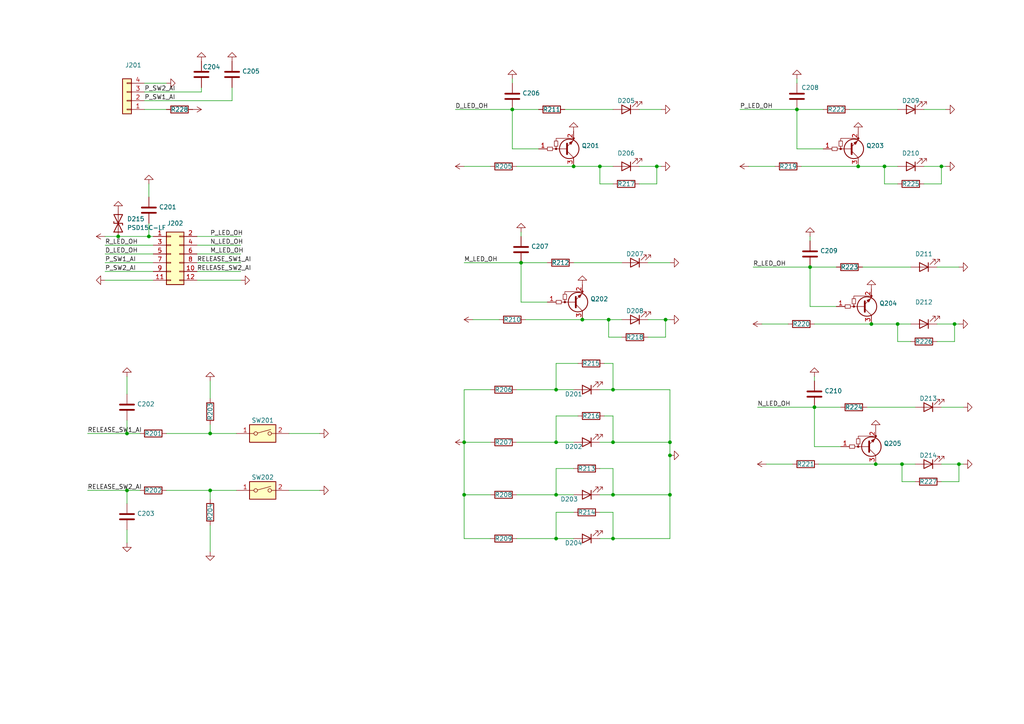
<source format=kicad_sch>
(kicad_sch (version 20211123) (generator eeschema)
  (paper "A4")
  (title_block (title "SX7H SHIFTER LED SCH") (date "2022-03-21") (rev "V02") (company "宁波正朗汽车零部件有限公司") (comment 1 "批准：") (comment 2 "校验：") (comment 3 "设计：Etan Tao"))
  (lib_symbols
    (symbol "C_7" (pin_numbers hide) (pin_names (offset 0.254))
      (property "Reference" "C" (at 0.635 2.54 0))
      (property "Value" "C_7" (at 0.635 -2.54 0))
      (symbol "C_7_0_1"
        (polyline (pts (xy -2.032 -0.762) (xy 2.032 -0.762)) (stroke (width 0.508)))
        (polyline (pts (xy -2.032 0.762) (xy 2.032 0.762)) (stroke (width 0.508)))
      )
      (symbol "C_7_1_1"
        (pin passive line (at 0 3.81 270) (length 2.794) (name "~") (number "1"))
        (pin passive line (at 0 -3.81 90) (length 2.794) (name "~") (number "2"))
      )
    )
    (symbol "Connector_Generic:Conn_01x04" (pin_names (offset 1.016) hide)
      (property "Reference" "J" (at 0 5.08 0))
      (property "Value" "Conn_01x04" (at 0 -7.62 0))
      (symbol "Conn_01x04_1_1"
        (rectangle (start -1.27 -4.953) (end 0 -5.207) (stroke (width 0.1524)))
        (rectangle (start -1.27 -2.413) (end 0 -2.667) (stroke (width 0.1524)))
        (rectangle (start -1.27 0.127) (end 0 -0.127) (stroke (width 0.1524)))
        (rectangle (start -1.27 2.667) (end 0 2.413) (stroke (width 0.1524)))
        (rectangle (start -1.27 3.81) (end 1.27 -6.35) (stroke (width 0.254)) (fill (type background)))
        (pin passive line (at -5.08 2.54 0) (length 3.81) (name "Pin_1") (number "1"))
        (pin passive line (at -5.08 0 0) (length 3.81) (name "Pin_2") (number "2"))
        (pin passive line (at -5.08 -2.54 0) (length 3.81) (name "Pin_3") (number "3"))
        (pin passive line (at -5.08 -5.08 0) (length 3.81) (name "Pin_4") (number "4"))
      )
    )
    (symbol "Connector_Generic:Conn_02x06_Odd_Even" (pin_names (offset 1.016) hide)
      (property "Reference" "J" (at 1.27 7.62 0))
      (property "Value" "Conn_02x06_Odd_Even" (at 1.27 -10.16 0))
      (symbol "Conn_02x06_Odd_Even_1_1"
        (rectangle (start -1.27 -7.493) (end 0 -7.747) (stroke (width 0.1524)))
        (rectangle (start -1.27 -4.953) (end 0 -5.207) (stroke (width 0.1524)))
        (rectangle (start -1.27 -2.413) (end 0 -2.667) (stroke (width 0.1524)))
        (rectangle (start -1.27 0.127) (end 0 -0.127) (stroke (width 0.1524)))
        (rectangle (start -1.27 2.667) (end 0 2.413) (stroke (width 0.1524)))
        (rectangle (start -1.27 5.207) (end 0 4.953) (stroke (width 0.1524)))
        (rectangle (start -1.27 6.35) (end 3.81 -8.89) (stroke (width 0.254)) (fill (type background)))
        (rectangle (start 3.81 -7.493) (end 2.54 -7.747) (stroke (width 0.1524)))
        (rectangle (start 3.81 -4.953) (end 2.54 -5.207) (stroke (width 0.1524)))
        (rectangle (start 3.81 -2.413) (end 2.54 -2.667) (stroke (width 0.1524)))
        (rectangle (start 3.81 0.127) (end 2.54 -0.127) (stroke (width 0.1524)))
        (rectangle (start 3.81 2.667) (end 2.54 2.413) (stroke (width 0.1524)))
        (rectangle (start 3.81 5.207) (end 2.54 4.953) (stroke (width 0.1524)))
        (pin passive line (at -5.08 5.08 0) (length 3.81) (name "Pin_1") (number "1"))
        (pin passive line (at 7.62 -5.08 180) (length 3.81) (name "Pin_10") (number "10"))
        (pin passive line (at -5.08 -7.62 0) (length 3.81) (name "Pin_11") (number "11"))
        (pin passive line (at 7.62 -7.62 180) (length 3.81) (name "Pin_12") (number "12"))
        (pin passive line (at 7.62 5.08 180) (length 3.81) (name "Pin_2") (number "2"))
        (pin passive line (at -5.08 2.54 0) (length 3.81) (name "Pin_3") (number "3"))
        (pin passive line (at 7.62 2.54 180) (length 3.81) (name "Pin_4") (number "4"))
        (pin passive line (at -5.08 0 0) (length 3.81) (name "Pin_5") (number "5"))
        (pin passive line (at 7.62 0 180) (length 3.81) (name "Pin_6") (number "6"))
        (pin passive line (at -5.08 -2.54 0) (length 3.81) (name "Pin_7") (number "7"))
        (pin passive line (at 7.62 -2.54 180) (length 3.81) (name "Pin_8") (number "8"))
        (pin passive line (at -5.08 -5.08 0) (length 3.81) (name "Pin_9") (number "9"))
      )
    )
    (symbol "Device:C" (pin_numbers hide) (pin_names (offset 0.254))
      (property "Reference" "C" (at 0.635 2.54 0))
      (property "Value" "C" (at 0.635 -2.54 0))
      (symbol "C_0_1"
        (polyline (pts (xy -2.032 -0.762) (xy 2.032 -0.762)) (stroke (width 0.508)))
        (polyline (pts (xy -2.032 0.762) (xy 2.032 0.762)) (stroke (width 0.508)))
      )
      (symbol "C_1_1"
        (pin passive line (at 0 3.81 270) (length 2.794) (name "~") (number "1"))
        (pin passive line (at 0 -3.81 90) (length 2.794) (name "~") (number "2"))
      )
    )
    (symbol "Device:D_TVS" (pin_numbers hide) (pin_names (offset 1.016) hide)
      (property "Reference" "D" (at 0 2.54 0))
      (property "Value" "D_TVS" (at 0 -2.54 0))
      (symbol "D_TVS_0_1"
        (polyline (pts (xy 1.27 0) (xy -1.27 0)))
        (polyline (pts (xy 0.508 1.27) (xy 0 1.27) (xy 0 -1.27) (xy -0.508 -1.27)) (stroke (width 0.254)))
        (polyline (pts (xy -2.54 1.27) (xy -2.54 -1.27) (xy 2.54 1.27) (xy 2.54 -1.27) (xy -2.54 1.27)) (stroke (width 0.254)))
      )
      (symbol "D_TVS_1_1"
        (pin passive line (at -3.81 0 0) (length 2.54) (name "A1") (number "1"))
        (pin passive line (at 3.81 0 180) (length 2.54) (name "A2") (number "2"))
      )
    )
    (symbol "Device:LED" (pin_numbers hide) (pin_names (offset 1.016) hide)
      (property "Reference" "D" (at 0 2.54 0))
      (property "Value" "LED" (at 0 -2.54 0))
      (symbol "LED_0_1"
        (polyline (pts (xy -1.27 -1.27) (xy -1.27 1.27)) (stroke (width 0.254)))
        (polyline (pts (xy -1.27 0) (xy 1.27 0)))
        (polyline (pts (xy 1.27 -1.27) (xy 1.27 1.27) (xy -1.27 0) (xy 1.27 -1.27)) (stroke (width 0.254)))
        (polyline (pts (xy -3.048 -0.762) (xy -4.572 -2.286) (xy -3.81 -2.286) (xy -4.572 -2.286) (xy -4.572 -1.524)))
        (polyline (pts (xy -1.778 -0.762) (xy -3.302 -2.286) (xy -2.54 -2.286) (xy -3.302 -2.286) (xy -3.302 -1.524)))
      )
      (symbol "LED_1_1"
        (pin passive line (at -3.81 0 0) (length 2.54) (name "K") (number "1"))
        (pin passive line (at 3.81 0 180) (length 2.54) (name "A") (number "2"))
      )
    )
    (symbol "Device:Q_NPN_BEC_BRT" (pin_names hide)
      (property "Reference" "Q" (at 3.81 1.27 0))
      (property "Value" "Q_NPN_BEC_BRT" (at 3.81 -1.27 0))
      (symbol "Q_NPN_BEC_BRT_0_1"
        (rectangle (start -6.35 0.508) (end -4.826 -0.508))
        (rectangle (start -4.318 -2.286) (end -3.302 -0.762))
        (circle (center -3.81 0) (radius 0.254) (fill (type outline)))
        (polyline (pts (xy -3.81 -0.762) (xy -3.81 0)))
        (polyline (pts (xy -0.762 0) (xy -4.826 0)))
        (polyline (pts (xy -0.635 1.524) (xy -0.635 -1.524)) (stroke (width 0.508)))
        (polyline (pts (xy -3.81 -2.286) (xy -3.81 -3.048) (xy 1.27 -3.048)))
        (circle (center 1.27 -3.048) (radius 0.254) (fill (type outline)))
      )
      (symbol "Q_NPN_BEC_BRT_1_1"
        (polyline (pts (xy -0.635 0.635) (xy 1.27 2.54)))
        (polyline (pts (xy -0.635 -0.635) (xy 1.27 -2.54) (xy 1.27 -2.54)))
        (polyline (pts (xy 0 -1.778) (xy 0.508 -1.27) (xy 1.016 -2.286) (xy 0 -1.778) (xy 0 -1.778)) (fill (type outline)))
        (circle (center 0 0) (radius 2.8194) (stroke (width 0.254)))
        (pin input line (at -8.89 0 0) (length 2.54) (name "B") (number "1"))
        (pin passive line (at 1.27 -5.08 90) (length 2.54) (name "E") (number "2"))
        (pin passive line (at 1.27 5.08 270) (length 2.54) (name "C") (number "3"))
      )
    )
    (symbol "Device:R" (pin_numbers hide) (pin_names (offset 0))
      (property "Reference" "R" (at 2.032 0 90))
      (property "Value" "R" (at 0 0 90))
      (symbol "R_0_1"
        (rectangle (start -1.016 -2.54) (end 1.016 2.54) (stroke (width 0.254)))
      )
      (symbol "R_1_1"
        (pin passive line (at 0 3.81 270) (length 1.27) (name "~") (number "1"))
        (pin passive line (at 0 -3.81 90) (length 1.27) (name "~") (number "2"))
      )
    )
    (symbol "Switch:SW_DIP_x01" (pin_names (offset 0) hide)
      (property "Reference" "SW" (at 0 3.81 0))
      (property "Value" "SW_DIP_x01" (at 0 -3.81 0))
      (symbol "SW_DIP_x01_0_0"
        (circle (center -2.032 0) (radius 0.508))
        (polyline (pts (xy -1.524 0.127) (xy 2.3622 1.1684)))
        (circle (center 2.032 0) (radius 0.508))
      )
      (symbol "SW_DIP_x01_0_1"
        (rectangle (start -3.81 2.54) (end 3.81 -2.54) (stroke (width 0.254)) (fill (type background)))
      )
      (symbol "SW_DIP_x01_1_1"
        (pin passive line (at -7.62 0 0) (length 5.08) (name "~") (number "1"))
        (pin passive line (at 7.62 0 180) (length 5.08) (name "~") (number "2"))
      )
    )
    (symbol "power:GND" (power) (pin_names (offset 0))
      (property "Value" "GND" (at 0 -3.81 0))
      (symbol "GND_0_1"
        (polyline (pts (xy 0 0) (xy 0 -1.27) (xy 1.27 -1.27) (xy 0 -2.54) (xy -1.27 -1.27) (xy 0 -1.27)))
      )
      (symbol "GND_1_1"
        (pin power_in line (at 0 0 270) (length 0) hide (name "GND") (number "1"))
      )
    )
    (symbol "power:VCC" (power) (pin_names (offset 0))
      (property "Value" "VCC" (at 0 3.81 0))
      (symbol "VCC_0_1"
        (polyline (pts (xy -0.762 1.27) (xy 0 2.54)))
        (polyline (pts (xy 0 0) (xy 0 2.54)))
        (polyline (pts (xy 0 2.54) (xy 0.762 1.27)))
      )
      (symbol "VCC_1_1"
        (pin power_in line (at 0 0 90) (length 0) hide (name "VCC") (number "1"))
      )
    )
  )
  (junction (at 273.05 48.26))
  (junction (at 60.96 142.24))
  (junction (at 43.18 68.58))
  (junction (at 36.83 125.73))
  (junction (at 190.5 48.26))
  (junction (at 176.53 92.71))
  (junction (at 261.62 134.62))
  (junction (at 134.62 128.27))
  (junction (at 252.73 93.98))
  (junction (at 231.14 31.75))
  (junction (at 177.8 113.03))
  (junction (at 173.99 48.26))
  (junction (at 148.59 31.75))
  (junction (at 194.31 143.51))
  (junction (at 248.92 48.26))
  (junction (at 161.29 143.51))
  (junction (at 161.29 128.27))
  (junction (at 168.91 92.71))
  (junction (at 254 134.62))
  (junction (at 161.29 156.21))
  (junction (at 256.54 48.26))
  (junction (at 193.04 92.71))
  (junction (at 236.22 118.11))
  (junction (at 166.37 48.26))
  (junction (at 177.8 156.21))
  (junction (at 134.62 143.51))
  (junction (at 177.8 143.51))
  (junction (at 278.13 134.62))
  (junction (at 151.13 76.2))
  (junction (at 234.95 77.47))
  (junction (at 177.8 128.27))
  (junction (at 194.31 132.08))
  (junction (at 34.29 68.58))
  (junction (at 194.31 128.27))
  (junction (at 60.96 125.73))
  (junction (at 161.29 113.03))
  (junction (at 276.86 93.98))
  (junction (at 260.35 93.98))
  (junction (at 36.83 142.24))
  (wire (pts (xy 267.97 53.34) (xy 273.05 53.34)))
  (wire (pts (xy 57.15 76.2) (xy 69.85 76.2)))
  (wire (pts (xy 236.22 118.11) (xy 243.84 118.11)))
  (wire (pts (xy 41.91 29.21) (xy 67.31 29.21)))
  (wire (pts (xy 185.42 31.75) (xy 191.77 31.75)))
  (wire (pts (xy 58.42 26.67) (xy 58.42 25.4)))
  (wire (pts (xy 267.97 48.26) (xy 273.05 48.26)))
  (wire (pts (xy 30.48 81.28) (xy 44.45 81.28)))
  (wire (pts (xy 193.04 92.71) (xy 194.31 92.71)))
  (wire (pts (xy 273.05 134.62) (xy 278.13 134.62)))
  (wire (pts (xy 236.22 93.98) (xy 252.73 93.98)))
  (wire (pts (xy 252.73 93.98) (xy 260.35 93.98)))
  (wire (pts (xy 273.05 118.11) (xy 279.4 118.11)))
  (wire (pts (xy 276.86 93.98) (xy 278.13 93.98)))
  (wire (pts (xy 261.62 134.62) (xy 265.43 134.62)))
  (wire (pts (xy 175.26 120.65) (xy 177.8 120.65)))
  (wire (pts (xy 177.8 120.65) (xy 177.8 128.27)))
  (wire (pts (xy 173.99 135.89) (xy 177.8 135.89)))
  (wire (pts (xy 177.8 135.89) (xy 177.8 143.51)))
  (wire (pts (xy 152.4 92.71) (xy 168.91 92.71)))
  (wire (pts (xy 168.91 92.71) (xy 176.53 92.71)))
  (wire (pts (xy 261.62 139.7) (xy 261.62 134.62)))
  (wire (pts (xy 217.17 48.26) (xy 224.79 48.26)))
  (wire (pts (xy 134.62 76.2) (xy 151.13 76.2)))
  (wire (pts (xy 243.84 129.54) (xy 236.22 129.54)))
  (wire (pts (xy 256.54 48.26) (xy 260.35 48.26)))
  (wire (pts (xy 25.4 142.24) (xy 36.83 142.24)))
  (wire (pts (xy 36.83 142.24) (xy 40.64 142.24)))
  (wire (pts (xy 161.29 120.65) (xy 161.29 128.27)))
  (wire (pts (xy 167.64 120.65) (xy 161.29 120.65)))
  (wire (pts (xy 260.35 53.34) (xy 256.54 53.34)))
  (wire (pts (xy 57.15 68.58) (xy 69.85 68.58)))
  (wire (pts (xy 273.05 139.7) (xy 278.13 139.7)))
  (wire (pts (xy 149.86 113.03) (xy 161.29 113.03)))
  (wire (pts (xy 161.29 113.03) (xy 166.37 113.03)))
  (wire (pts (xy 60.96 123.19) (xy 60.96 125.73)))
  (wire (pts (xy 41.91 26.67) (xy 58.42 26.67)))
  (wire (pts (xy 185.42 53.34) (xy 190.5 53.34)))
  (wire (pts (xy 190.5 53.34) (xy 190.5 48.26)))
  (wire (pts (xy 57.15 71.12) (xy 69.85 71.12)))
  (wire (pts (xy 173.99 53.34) (xy 173.99 48.26)))
  (wire (pts (xy 177.8 53.34) (xy 173.99 53.34)))
  (wire (pts (xy 180.34 97.79) (xy 176.53 97.79)))
  (wire (pts (xy 234.95 68.58) (xy 234.95 69.85)))
  (wire (pts (xy 151.13 76.2) (xy 151.13 87.63)))
  (wire (pts (xy 148.59 31.75) (xy 148.59 43.18)))
  (wire (pts (xy 156.21 43.18) (xy 148.59 43.18)))
  (wire (pts (xy 187.96 76.2) (xy 194.31 76.2)))
  (wire (pts (xy 276.86 99.06) (xy 276.86 93.98)))
  (wire (pts (xy 273.05 53.34) (xy 273.05 48.26)))
  (wire (pts (xy 187.96 97.79) (xy 193.04 97.79)))
  (wire (pts (xy 134.62 48.26) (xy 142.24 48.26)))
  (wire (pts (xy 161.29 135.89) (xy 161.29 143.51)))
  (wire (pts (xy 166.37 135.89) (xy 161.29 135.89)))
  (wire (pts (xy 60.96 144.78) (xy 60.96 142.24)))
  (wire (pts (xy 43.18 64.77) (xy 43.18 68.58)))
  (wire (pts (xy 30.48 78.74) (xy 44.45 78.74)))
  (wire (pts (xy 242.57 88.9) (xy 234.95 88.9)))
  (wire (pts (xy 43.18 53.34) (xy 43.18 57.15)))
  (wire (pts (xy 176.53 97.79) (xy 176.53 92.71)))
  (wire (pts (xy 273.05 48.26) (xy 274.32 48.26)))
  (wire (pts (xy 166.37 76.2) (xy 180.34 76.2)))
  (wire (pts (xy 158.75 87.63) (xy 151.13 87.63)))
  (wire (pts (xy 219.71 118.11) (xy 236.22 118.11)))
  (wire (pts (xy 187.96 92.71) (xy 193.04 92.71)))
  (wire (pts (xy 60.96 110.49) (xy 60.96 115.57)))
  (wire (pts (xy 238.76 43.18) (xy 231.14 43.18)))
  (wire (pts (xy 173.99 148.59) (xy 177.8 148.59)))
  (wire (pts (xy 177.8 148.59) (xy 177.8 156.21)))
  (wire (pts (xy 264.16 99.06) (xy 260.35 99.06)))
  (wire (pts (xy 278.13 134.62) (xy 279.4 134.62)))
  (wire (pts (xy 163.83 31.75) (xy 177.8 31.75)))
  (wire (pts (xy 41.91 24.13) (xy 48.26 24.13)))
  (wire (pts (xy 271.78 99.06) (xy 276.86 99.06)))
  (wire (pts (xy 149.86 143.51) (xy 161.29 143.51)))
  (wire (pts (xy 173.99 113.03) (xy 177.8 113.03)))
  (wire (pts (xy 177.8 113.03) (xy 194.31 113.03)))
  (wire (pts (xy 36.83 121.92) (xy 36.83 125.73)))
  (wire (pts (xy 234.95 88.9) (xy 234.95 77.47)))
  (wire (pts (xy 214.63 31.75) (xy 231.14 31.75)))
  (wire (pts (xy 173.99 143.51) (xy 177.8 143.51)))
  (wire (pts (xy 177.8 143.51) (xy 194.31 143.51)))
  (wire (pts (xy 234.95 77.47) (xy 242.57 77.47)))
  (wire (pts (xy 161.29 148.59) (xy 161.29 156.21)))
  (wire (pts (xy 166.37 148.59) (xy 161.29 148.59)))
  (wire (pts (xy 132.08 31.75) (xy 148.59 31.75)))
  (wire (pts (xy 83.82 142.24) (xy 92.71 142.24)))
  (wire (pts (xy 30.48 68.58) (xy 34.29 68.58)))
  (wire (pts (xy 43.18 68.58) (xy 44.45 68.58)))
  (wire (pts (xy 30.48 71.12) (xy 44.45 71.12)))
  (wire (pts (xy 148.59 22.86) (xy 148.59 24.13)))
  (wire (pts (xy 148.59 31.75) (xy 156.21 31.75)))
  (wire (pts (xy 166.37 143.51) (xy 161.29 143.51)))
  (wire (pts (xy 161.29 105.41) (xy 161.29 113.03)))
  (wire (pts (xy 167.64 105.41) (xy 161.29 105.41)))
  (wire (pts (xy 57.15 73.66) (xy 69.85 73.66)))
  (wire (pts (xy 34.29 68.58) (xy 43.18 68.58)))
  (wire (pts (xy 41.91 31.75) (xy 48.26 31.75)))
  (wire (pts (xy 236.22 109.22) (xy 236.22 110.49)))
  (wire (pts (xy 149.86 48.26) (xy 166.37 48.26)))
  (wire (pts (xy 166.37 48.26) (xy 173.99 48.26)))
  (wire (pts (xy 173.99 48.26) (xy 177.8 48.26)))
  (wire (pts (xy 134.62 128.27) (xy 142.24 128.27)))
  (wire (pts (xy 220.98 93.98) (xy 228.6 93.98)))
  (wire (pts (xy 237.49 134.62) (xy 254 134.62)))
  (wire (pts (xy 254 134.62) (xy 261.62 134.62)))
  (wire (pts (xy 232.41 48.26) (xy 248.92 48.26)))
  (wire (pts (xy 248.92 48.26) (xy 256.54 48.26)))
  (wire (pts (xy 36.83 109.22) (xy 36.83 114.3)))
  (wire (pts (xy 175.26 105.41) (xy 177.8 105.41)))
  (wire (pts (xy 194.31 113.03) (xy 194.31 128.27)))
  (wire (pts (xy 194.31 128.27) (xy 194.31 132.08)))
  (wire (pts (xy 30.48 76.2) (xy 44.45 76.2)))
  (wire (pts (xy 60.96 152.4) (xy 60.96 160.02)))
  (wire (pts (xy 246.38 31.75) (xy 260.35 31.75)))
  (wire (pts (xy 260.35 93.98) (xy 264.16 93.98)))
  (wire (pts (xy 260.35 99.06) (xy 260.35 93.98)))
  (wire (pts (xy 265.43 139.7) (xy 261.62 139.7)))
  (wire (pts (xy 185.42 48.26) (xy 190.5 48.26)))
  (wire (pts (xy 190.5 48.26) (xy 191.77 48.26)))
  (wire (pts (xy 193.04 97.79) (xy 193.04 92.71)))
  (wire (pts (xy 25.4 125.73) (xy 36.83 125.73)))
  (wire (pts (xy 36.83 125.73) (xy 40.64 125.73)))
  (wire (pts (xy 251.46 118.11) (xy 265.43 118.11)))
  (wire (pts (xy 278.13 139.7) (xy 278.13 134.62)))
  (wire (pts (xy 134.62 143.51) (xy 142.24 143.51)))
  (wire (pts (xy 222.25 134.62) (xy 229.87 134.62)))
  (wire (pts (xy 149.86 128.27) (xy 161.29 128.27)))
  (wire (pts (xy 267.97 31.75) (xy 274.32 31.75)))
  (wire (pts (xy 176.53 92.71) (xy 180.34 92.71)))
  (wire (pts (xy 236.22 129.54) (xy 236.22 118.11)))
  (wire (pts (xy 250.19 77.47) (xy 264.16 77.47)))
  (wire (pts (xy 218.44 77.47) (xy 234.95 77.47)))
  (wire (pts (xy 57.15 81.28) (xy 69.85 81.28)))
  (wire (pts (xy 149.86 156.21) (xy 161.29 156.21)))
  (wire (pts (xy 161.29 156.21) (xy 166.37 156.21)))
  (wire (pts (xy 137.16 92.71) (xy 144.78 92.71)))
  (wire (pts (xy 271.78 77.47) (xy 278.13 77.47)))
  (wire (pts (xy 166.37 128.27) (xy 161.29 128.27)))
  (wire (pts (xy 151.13 67.31) (xy 151.13 68.58)))
  (wire (pts (xy 48.26 125.73) (xy 60.96 125.73)))
  (wire (pts (xy 60.96 125.73) (xy 68.58 125.73)))
  (wire (pts (xy 173.99 128.27) (xy 177.8 128.27)))
  (wire (pts (xy 177.8 128.27) (xy 194.31 128.27)))
  (wire (pts (xy 67.31 29.21) (xy 67.31 25.4)))
  (wire (pts (xy 134.62 113.03) (xy 142.24 113.03)))
  (wire (pts (xy 134.62 128.27) (xy 134.62 113.03)))
  (wire (pts (xy 134.62 143.51) (xy 134.62 128.27)))
  (wire (pts (xy 134.62 156.21) (xy 134.62 143.51)))
  (wire (pts (xy 142.24 156.21) (xy 134.62 156.21)))
  (wire (pts (xy 36.83 153.67) (xy 36.83 157.48)))
  (wire (pts (xy 30.48 73.66) (xy 44.45 73.66)))
  (wire (pts (xy 48.26 142.24) (xy 60.96 142.24)))
  (wire (pts (xy 60.96 142.24) (xy 68.58 142.24)))
  (wire (pts (xy 231.14 31.75) (xy 238.76 31.75)))
  (wire (pts (xy 177.8 105.41) (xy 177.8 113.03)))
  (wire (pts (xy 231.14 43.18) (xy 231.14 31.75)))
  (wire (pts (xy 151.13 76.2) (xy 158.75 76.2)))
  (wire (pts (xy 256.54 53.34) (xy 256.54 48.26)))
  (wire (pts (xy 57.15 78.74) (xy 69.85 78.74)))
  (wire (pts (xy 36.83 142.24) (xy 36.83 146.05)))
  (wire (pts (xy 173.99 156.21) (xy 177.8 156.21)))
  (wire (pts (xy 177.8 156.21) (xy 194.31 156.21)))
  (wire (pts (xy 194.31 143.51) (xy 194.31 132.08)))
  (wire (pts (xy 194.31 156.21) (xy 194.31 143.51)))
  (wire (pts (xy 231.14 22.86) (xy 231.14 24.13)))
  (wire (pts (xy 271.78 93.98) (xy 276.86 93.98)))
  (wire (pts (xy 83.82 125.73) (xy 92.71 125.73)))
  (label "P_SW1_AI" (at 41.91 29.21 0))
  (label "R_LED_OH" (at 218.44 77.47 0))
  (label "D_LED_OH" (at 30.48 73.66 0))
  (label "R_LED_OH" (at 30.48 71.12 0))
  (label "N_LED_OH" (at 219.71 118.11 0))
  (label "RELEASE_SW2_AI" (at 25.4 142.24 0))
  (label "RELEASE_SW1_AI" (at 57.15 76.2 0))
  (label "P_SW1_AI" (at 30.48 76.2 0))
  (label "P_SW2_AI" (at 30.48 78.74 0))
  (label "P_LED_OH" (at 214.63 31.75 0))
  (label "P_LED_OH" (at 60.96 68.58 0))
  (label "D_LED_OH" (at 132.08 31.75 0))
  (label "M_LED_OH" (at 60.96 73.66 0))
  (label "N_LED_OH" (at 60.96 71.12 0))
  (label "RELEASE_SW1_AI" (at 25.4 125.73 0))
  (label "P_SW2_AI" (at 41.91 26.67 0))
  (label "M_LED_OH" (at 134.62 76.2 0))
  (label "RELEASE_SW2_AI" (at 57.15 78.74 0))
  (symbol (lib_id "power:GND") (at 92.71 125.73 90) (unit 1)
    (property "Reference" "#PWR0210" (effects hide))
    (property "Value" "GND" (effects hide))
  )
  (symbol (lib_id "power:GND") (at 191.77 48.26 90) (unit 1)
    (property "Reference" "#PWR0221" (effects hide))
    (property "Value" "GND" (effects hide))
  )
  (symbol (lib_id "Device:R") (at 181.61 53.34 90) (unit 1)
    (property "Reference" "R217" (at 181.61 53.34 90))
    (property "Value" "100k" (effects hide))
    (property "Footprint" "Resistor_SMD:R_0603_1608Metric" (effects hide))
    (property "Manufacturer" "RESI(开步睿思）" (effects hide))
    (property "Manufacturer Product Number" "AECR0603F100KK9" (effects hide))
    (property "Descriptions" "RES 100k 1% 1/10W 0603" (effects hide))
  )
  (symbol (lib_id "power:GND") (at 254 124.46 180) (unit 1)
    (property "Reference" "#PWR0233" (effects hide))
    (property "Value" "GND" (effects hide))
  )
  (symbol (lib_id "power:GND") (at 252.73 83.82 180) (unit 1)
    (property "Reference" "#PWR0232" (effects hide))
    (property "Value" "GND" (effects hide))
  )
  (symbol (lib_id "Device:R") (at 184.15 97.79 90) (unit 1)
    (property "Reference" "R218" (at 184.15 97.79 90))
    (property "Value" "100k" (effects hide))
    (property "Footprint" "Resistor_SMD:R_0603_1608Metric" (effects hide))
    (property "Manufacturer" "RESI(开步睿思）" (effects hide))
    (property "Manufacturer Product Number" "AECR0603F100KK9" (effects hide))
    (property "Descriptions" "RES 100k 1% 1/10W 0603" (effects hide))
  )
  (symbol (lib_id "Device:R") (at 44.45 142.24 270) (unit 1)
    (property "Reference" "R202" (at 44.45 142.24 90))
    (property "Value" "470R" (effects hide))
    (property "Footprint" "Resistor_SMD:R_0805_2012Metric" (effects hide))
    (property "Manufacturer" "RESI(开步睿思）" (effects hide))
    (property "Manufacturer Product Number" "AECR0805F470RK9" (effects hide))
    (property "Descriptions" "RES 470R 1% 1/8W 0805" (effects hide))
  )
  (symbol (lib_id "Device:LED") (at 264.16 48.26 180) (unit 1)
    (property "Reference" "D210" (at 264.16 44.45 0))
    (property "Value" "LED_RED" (effects hide))
    (property "Footprint" "LED_SMD:LED_miniPLCC_2315" (effects hide))
    (property "Manufacturer Product Number" "H2214AV32A3C01" (effects hide))
    (property "Manufacturer" "HongBright" (effects hide))
    (property "Descriptions" "LED Red SMD 2315" (effects hide))
    (property "Description" "LED Red SMD 2315" (effects hide))
  )
  (symbol (lib_id "power:VCC") (at 222.25 134.62 90) (unit 1)
    (property "Reference" "#PWR0227" (effects hide))
    (property "Value" "VCC" (effects hide))
  )
  (symbol (lib_id "Device:R") (at 146.05 128.27 90) (unit 1)
    (property "Reference" "R207" (at 146.05 128.27 90))
    (property "Value" "12k" (effects hide))
    (property "Footprint" "Resistor_SMD:R_1206_3216Metric" (effects hide))
    (property "Manufacturer" "RESI(开步睿思）" (effects hide))
    (property "Manufacturer Product Number" "AECR1206F12K0K9" (effects hide))
    (property "Descriptions" "RES 12k 1% 1/4W 1206" (effects hide))
  )
  (symbol (lib_id "power:VCC") (at 55.88 31.75 270) (unit 1)
    (property "Reference" "#PWR0101" (effects hide))
    (property "Value" "VCC" (effects hide))
  )
  (symbol (lib_id "power:GND") (at 60.96 160.02 0) (unit 1)
    (property "Reference" "#PWR0207" (effects hide))
    (property "Value" "GND" (effects hide))
  )
  (symbol (lib_id "power:VCC") (at 137.16 92.71 90) (unit 1)
    (property "Reference" "#PWR0215" (effects hide))
    (property "Value" "VCC" (effects hide))
  )
  (symbol (lib_id "Device:R") (at 146.05 143.51 90) (unit 1)
    (property "Reference" "R208" (at 146.05 143.51 90))
    (property "Value" "13k" (effects hide))
    (property "Footprint" "Resistor_SMD:R_1206_3216Metric" (effects hide))
    (property "Manufacturer" "RESI(开步睿思）" (effects hide))
    (property "Manufacturer Product Number" "AECR1206F13K0K9" (effects hide))
    (property "Descriptions" "RES 13k 1% 1/4W 1206" (effects hide))
  )
  (symbol (lib_id "Device:LED") (at 170.18 128.27 180) (unit 1)
    (property "Reference" "D202" (at 166.37 129.54 0))
    (property "Value" "LED_RED" (effects hide))
    (property "Footprint" "LED_SMD:LED_miniPLCC_2315" (effects hide))
    (property "Manufacturer Product Number" "H2214AV32A3C01" (effects hide))
    (property "Manufacturer" "HongBright" (effects hide))
    (property "Descriptions" "LED Red SMD 2315" (effects hide))
    (property "Description" "LED Red SMD 2315" (effects hide))
  )
  (symbol (lib_id "power:GND") (at 67.31 17.78 180) (unit 1)
    (property "Reference" "#PWR0208" (effects hide))
    (property "Value" "GND" (effects hide))
  )
  (symbol (lib_id "power:GND") (at 236.22 109.22 180) (unit 1)
    (property "Reference" "#PWR0230" (effects hide))
    (property "Value" "GND" (effects hide))
  )
  (symbol (lib_id "power:GND") (at 234.95 68.58 180) (unit 1)
    (property "Reference" "#PWR0229" (effects hide))
    (property "Value" "GND" (effects hide))
  )
  (symbol (lib_id "Device:C") (at 231.14 27.94 180) (unit 1)
    (property "Reference" "C208" (at 232.41 25.4 0) (effects (justify right)))
    (property "Value" "10nF/100V" (effects hide))
    (property "Footprint" "Capacitor_SMD:C_0603_1608Metric" (effects hide))
    (property "Manufacturer Product Number" "AC0603KRX7R0BB103" (effects hide))
    (property "Manufacturer" "YAGEO" (effects hide))
    (property "Descriptions" "CAP CER 10nF 100V X7R 0603" (effects hide))
    (property "Description" "CAP CER 10nF 100V X7R 0603" (effects hide))
  )
  (symbol (lib_id "Switch:SW_DIP_x01") (at 76.2 125.73 0) (unit 1)
    (property "Reference" "SW201" (at 76.2 121.92 0))
    (property "Value" "RELEASE1" (effects hide))
    (property "Footprint" "GODPP:SideSW" (effects hide))
  )
  (symbol (lib_id "Device:R") (at 171.45 105.41 90) (unit 1)
    (property "Reference" "R215" (at 171.45 105.41 90))
    (property "Value" "100k" (effects hide))
    (property "Footprint" "Resistor_SMD:R_0603_1608Metric" (effects hide))
    (property "Manufacturer" "RESI(开步睿思）" (effects hide))
    (property "Manufacturer Product Number" "AECR0603F100KK9" (effects hide))
    (property "Descriptions" "RES 100k 1% 1/10W 0603" (effects hide))
  )
  (symbol (lib_id "power:VCC") (at 217.17 48.26 90) (unit 1)
    (property "Reference" "#PWR0225" (effects hide))
    (property "Value" "VCC" (effects hide))
  )
  (symbol (lib_id "power:GND") (at 231.14 22.86 180) (unit 1)
    (property "Reference" "#PWR0228" (effects hide))
    (property "Value" "GND" (effects hide))
  )
  (symbol (lib_id "power:VCC") (at 30.48 68.58 90) (unit 1)
    (property "Reference" "#PWR0201" (effects hide))
    (property "Value" "VCC" (effects hide))
  )
  (symbol (lib_id "Device:Q_NPN_BEC_BRT") (at 247.65 43.18 0) (mirror x) (unit 1)
    (property "Reference" "Q203" (at 251.2313 42.2715 0) (effects (justify left)))
    (property "Value" "DDTC114EUA" (effects hide))
    (property "Footprint" "Package_TO_SOT_SMD:SOT-323_SC-70" (effects hide))
    (property "Manufacturer" "Diodes Incorporated" (effects hide))
    (property "Manufacturer Product Number" "DDTC114EUA-7-F" (effects hide))
    (property "Descriptions" "TRANS PREBIAS NPN 200MW SOT323" (effects hide))
  )
  (symbol (lib_id "power:VCC") (at 220.98 93.98 90) (unit 1)
    (property "Reference" "#PWR0226" (effects hide))
    (property "Value" "VCC" (effects hide))
  )
  (symbol (lib_id "power:GND") (at 191.77 31.75 90) (unit 1)
    (property "Reference" "#PWR0220" (effects hide))
    (property "Value" "GND" (effects hide))
  )
  (symbol (lib_id "power:GND") (at 34.29 60.96 180) (unit 1)
    (property "Reference" "#PWR0212" (effects hide))
    (property "Value" "GND" (effects hide))
  )
  (symbol (lib_id "Device:LED") (at 181.61 48.26 180) (unit 1)
    (property "Reference" "D206" (at 181.61 44.45 0))
    (property "Value" "LED_RED" (effects hide))
    (property "Footprint" "LED_SMD:LED_miniPLCC_2315" (effects hide))
    (property "Manufacturer Product Number" "H2214AV32A3C01" (effects hide))
    (property "Manufacturer" "HongBright" (effects hide))
    (property "Descriptions" "LED Red SMD 2315" (effects hide))
    (property "Description" "LED Red SMD 2315" (effects hide))
  )
  (symbol (lib_id "power:GND") (at 194.31 76.2 90) (unit 1)
    (property "Reference" "#PWR0222" (effects hide))
    (property "Value" "GND" (effects hide))
  )
  (symbol (lib_id "Device:LED") (at 264.16 31.75 180) (unit 1)
    (property "Reference" "D209" (at 264.16 29.21 0))
    (property "Value" "LED_YELLOW" (effects hide))
    (property "Footprint" "LED_SMD:LED_miniPLCC_2315" (effects hide))
    (property "Manufacturer Product Number" "H2214AY24E3C01" (effects hide))
    (property "Manufacturer" "HongBright" (effects hide))
    (property "Descriptions" "LED Yellow SMD 2315" (effects hide))
    (property "Description" "LED Yellow SMD 2315" (effects hide))
  )
  (symbol (lib_id "power:GND") (at 43.18 53.34 180) (unit 1)
    (property "Reference" "#PWR0203" (effects hide))
    (property "Value" "GND" (effects hide))
  )
  (symbol (lib_id "Device:LED") (at 170.18 143.51 180) (unit 1)
    (property "Reference" "D203" (at 165.1 144.78 0))
    (property "Value" "LED_RED" (effects hide))
    (property "Footprint" "LED_SMD:LED_miniPLCC_2315" (effects hide))
    (property "Manufacturer Product Number" "H2214AV32A3C01" (effects hide))
    (property "Manufacturer" "HongBright" (effects hide))
    (property "Descriptions" "LED Red SMD 2315" (effects hide))
    (property "Description" "LED Red SMD 2315" (effects hide))
  )
  (symbol (lib_id "Device:D_TVS") (at 34.29 64.77 90) (unit 1)
    (property "Reference" "D215" (at 36.83 63.4999 90) (effects (justify right)))
    (property "Value" " PSD15C-LF" (at 36.83 66.0399 90) (effects (justify right)))
    (property "Footprint" "Diode_SMD:D_SOD-323" (effects hide))
    (property "Descriptions" "TVS 15V" (effects hide))
    (property "Manufacturer" " PSD15C-LF" (effects hide))
    (property "Manufacturer Product Number" " PSD15C-LF" (effects hide))
  )
  (symbol (lib_id "Switch:SW_DIP_x01") (at 76.2 142.24 0) (unit 1)
    (property "Reference" "SW202" (at 76.2 138.43 0))
    (property "Value" "RELEASE2" (effects hide))
    (property "Footprint" "GODPP:SideSW" (effects hide))
  )
  (symbol (lib_id "Device:R") (at 160.02 31.75 90) (unit 1)
    (property "Reference" "R211" (at 160.02 31.75 90))
    (property "Value" "2.2k" (effects hide))
    (property "Footprint" "Resistor_SMD:R_1206_3216Metric" (effects hide))
    (property "Manufacturer" "RESI(开步睿思）" (effects hide))
    (property "Manufacturer Product Number" "AECR1206F2K20K9" (effects hide))
    (property "Descriptions" "RES 2.2k 1% 1/4W 1206" (effects hide))
  )
  (symbol (lib_id "Device:C") (at 58.42 21.59 180) (unit 1)
    (property "Reference" "C204" (at 58.801 19.4115 0) (effects (justify right)))
    (property "Value" "10nF/100V" (effects hide))
    (property "Footprint" "Capacitor_SMD:C_0603_1608Metric" (effects hide))
    (property "Manufacturer Product Number" "AC0603KRX7R0BB103" (effects hide))
    (property "Manufacturer" "YAGEO" (effects hide))
    (property "Descriptions" "CAP CER 10nF 100V X7R 0603" (effects hide))
    (property "Description" "CAP CER 10nF 100V X7R 0603" (effects hide))
  )
  (symbol (lib_id "power:GND") (at 166.37 38.1 180) (unit 1)
    (property "Reference" "#PWR0218" (effects hide))
    (property "Value" "GND" (effects hide))
  )
  (symbol (lib_name "C_7") (lib_id "Device:C") (at 43.18 60.96 0) (unit 1)
    (property "Reference" "C201" (at 46.101 60.0515 0) (effects (justify left)))
    (property "Value" "100nF/50V" (effects hide))
    (property "Footprint" "Capacitor_SMD:C_0603_1608Metric" (effects hide))
    (property "Manufacturer Product Number" " AC0603KRX7R9BB104" (effects hide))
    (property "Manufacturer" "YAGEO" (effects hide))
    (property "Description" "CAP CER 100nF 50V X7R 0603" (effects hide))
    (property "Descriptions" "CAP CER 100nF 50V X7R 0603" (effects hide))
  )
  (symbol (lib_id "Device:R") (at 269.24 139.7 90) (unit 1)
    (property "Reference" "R227" (at 269.24 139.7 90))
    (property "Value" "100k" (effects hide))
    (property "Footprint" "Resistor_SMD:R_0603_1608Metric" (effects hide))
    (property "Manufacturer" "RESI(开步睿思）" (effects hide))
    (property "Manufacturer Product Number" "AECR0603F100KK9" (effects hide))
    (property "Descriptions" "RES 100k 1% 1/10W 0603" (effects hide))
  )
  (symbol (lib_id "power:GND") (at 148.59 22.86 180) (unit 1)
    (property "Reference" "#PWR0216" (effects hide))
    (property "Value" "GND" (effects hide))
  )
  (symbol (lib_id "power:GND") (at 278.13 93.98 90) (unit 1)
    (property "Reference" "#PWR0237" (effects hide))
    (property "Value" "GND" (effects hide))
  )
  (symbol (lib_id "power:GND") (at 48.26 24.13 90) (unit 1)
    (property "Reference" "#PWR0204" (effects hide))
    (property "Value" "GND" (effects hide))
  )
  (symbol (lib_id "power:GND") (at 279.4 134.62 90) (unit 1)
    (property "Reference" "#PWR0239" (effects hide))
    (property "Value" "GND" (effects hide))
  )
  (symbol (lib_id "Device:R") (at 267.97 99.06 90) (unit 1)
    (property "Reference" "R226" (at 267.97 99.06 90))
    (property "Value" "100k" (effects hide))
    (property "Footprint" "Resistor_SMD:R_0603_1608Metric" (effects hide))
    (property "Manufacturer" "RESI(开步睿思）" (effects hide))
    (property "Manufacturer Product Number" "AECR0603F100KK9" (effects hide))
    (property "Descriptions" "RES 100k 1% 1/10W 0603" (effects hide))
  )
  (symbol (lib_id "Device:R") (at 246.38 77.47 90) (unit 1)
    (property "Reference" "R223" (at 246.38 77.47 90))
    (property "Value" "2.2k" (effects hide))
    (property "Footprint" "Resistor_SMD:R_1206_3216Metric" (effects hide))
    (property "Manufacturer" "RESI(开步睿思）" (effects hide))
    (property "Manufacturer Product Number" "AECR1206F2K20K9" (effects hide))
    (property "Descriptions" "RES 2.2k 1% 1/4W 1206" (effects hide))
  )
  (symbol (lib_id "Device:LED") (at 170.18 113.03 180) (unit 1)
    (property "Reference" "D201" (at 166.37 114.3 0))
    (property "Value" "LED_RED" (effects hide))
    (property "Footprint" "LED_SMD:LED_miniPLCC_2315" (effects hide))
    (property "Manufacturer Product Number" "H2214AV32A3C01" (effects hide))
    (property "Manufacturer" "HongBright" (effects hide))
    (property "Descriptions" "LED Red SMD 2315" (effects hide))
    (property "Description" "LED Red SMD 2315" (effects hide))
  )
  (symbol (lib_id "Device:C") (at 151.13 72.39 180) (unit 1)
    (property "Reference" "C207" (at 154.051 71.4815 0) (effects (justify right)))
    (property "Value" "10nF/100V" (effects hide))
    (property "Footprint" "Capacitor_SMD:C_0603_1608Metric" (effects hide))
    (property "Manufacturer Product Number" "AC0603KRX7R0BB103" (effects hide))
    (property "Manufacturer" "YAGEO" (effects hide))
    (property "Descriptions" "CAP CER 10nF 100V X7R 0603" (effects hide))
    (property "Description" "CAP CER 10nF 100V X7R 0603" (effects hide))
  )
  (symbol (lib_id "Device:R") (at 233.68 134.62 90) (unit 1)
    (property "Reference" "R221" (at 233.68 134.62 90))
    (property "Value" "9.1k" (effects hide))
    (property "Footprint" "Resistor_SMD:R_1206_3216Metric" (effects hide))
    (property "Manufacturer" "RESI(开步睿思）" (effects hide))
    (property "Manufacturer Product Number" "AECR1206F9K10K9" (effects hide))
    (property "Descriptions" "RES 9.1k 1% 1/4W 1206" (effects hide))
  )
  (symbol (lib_id "power:GND") (at 279.4 118.11 90) (unit 1)
    (property "Reference" "#PWR0238" (effects hide))
    (property "Value" "GND" (effects hide))
  )
  (symbol (lib_id "Device:R") (at 146.05 48.26 90) (unit 1)
    (property "Reference" "R205" (at 146.05 48.26 90))
    (property "Value" "13k" (effects hide))
    (property "Footprint" "Resistor_SMD:R_1206_3216Metric" (effects hide))
    (property "Manufacturer" "RESI(开步睿思）" (effects hide))
    (property "Manufacturer Product Number" "AECR1206F13K0K9" (effects hide))
    (property "Descriptions" "RES 13k 1% 1/4W 1206" (effects hide))
  )
  (symbol (lib_id "Device:C") (at 36.83 149.86 180) (unit 1)
    (property "Reference" "C203" (at 39.751 148.9515 0) (effects (justify right)))
    (property "Value" "10nF/100V" (effects hide))
    (property "Footprint" "Capacitor_SMD:C_0603_1608Metric" (effects hide))
    (property "Manufacturer Product Number" "AC0603KRX7R0BB103" (effects hide))
    (property "Manufacturer" "YAGEO" (effects hide))
    (property "Descriptions" "CAP CER 10nF 100V X7R 0603" (effects hide))
    (property "Description" "CAP CER 10nF 100V X7R 0603" (effects hide))
  )
  (symbol (lib_id "Device:R") (at 60.96 148.59 180) (unit 1)
    (property "Reference" "R204" (at 60.96 151.13 90) (effects (justify right)))
    (property "Value" "1K" (effects hide))
    (property "Footprint" "Resistor_SMD:R_0805_2012Metric" (effects hide))
    (property "Manufacturer" "RESI(开步睿思）" (effects hide))
    (property "Manufacturer Product Number" "AECR0805F1K00K9" (effects hide))
    (property "Descriptions" "RES 1K 1% 1/8W 0805" (effects hide))
  )
  (symbol (lib_id "power:GND") (at 274.32 31.75 90) (unit 1)
    (property "Reference" "#PWR0234" (effects hide))
    (property "Value" "GND" (effects hide))
  )
  (symbol (lib_id "Device:LED") (at 267.97 77.47 180) (unit 1)
    (property "Reference" "D211" (at 267.97 73.66 0))
    (property "Value" "LED_YELLOW" (effects hide))
    (property "Footprint" "LED_SMD:LED_miniPLCC_2315" (effects hide))
    (property "Manufacturer Product Number" "H2214AY24E3C01" (effects hide))
    (property "Manufacturer" "HongBright" (effects hide))
    (property "Descriptions" "LED Yellow SMD 2315" (effects hide))
    (property "Description" "LED Yellow SMD 2315" (effects hide))
  )
  (symbol (lib_id "power:GND") (at 194.31 92.71 90) (unit 1)
    (property "Reference" "#PWR0223" (effects hide))
    (property "Value" "GND" (effects hide))
  )
  (symbol (lib_id "power:GND") (at 69.85 81.28 90) (unit 1)
    (property "Reference" "#PWR0209" (effects hide))
    (property "Value" "GND" (effects hide))
  )
  (symbol (lib_id "Connector_Generic:Conn_02x06_Odd_Even") (at 49.53 73.66 0) (unit 1)
    (property "Reference" "J202" (at 50.8 64.77 0))
    (property "Value" "877591264 or A2005WV-S-2x6P-H15" (effects hide))
    (property "Footprint" "Connector_PinHeader_2.00mm:PinHeader_2x06_P2.00mm_Vertical_SMD" (effects hide))
    (property "Manufacturer" "Molex  or CJT" (effects hide))
    (property "Manufacturer Product Number" "877591264 or A2005WV-S-2x6P-H15" (effects hide))
    (property "Description" "Conn 2x6 Pitch 2mm SMD" (effects hide))
    (property "Descriptions" "Conn 2x6 Pitch 2mm SMD" (effects hide))
  )
  (symbol (lib_id "Connector_Generic:Conn_01x04") (at 36.83 29.21 180) (unit 1)
    (property "Reference" "J201" (at 38.6715 18.8935 0))
    (property "Value" "Conn_01x04" (effects hide))
    (property "Footprint" "Connector_PinHeader_2.54mm:PinHeader_1x04_P2.54mm_Vertical" (effects hide))
    (property "Description" "NP" (effects hide))
    (property "Descriptions" "NP" (effects hide))
  )
  (symbol (lib_id "Device:R") (at 148.59 92.71 90) (unit 1)
    (property "Reference" "R210" (at 148.59 92.71 90))
    (property "Value" "8.2k" (effects hide))
    (property "Footprint" "Resistor_SMD:R_1206_3216Metric" (effects hide))
    (property "Manufacturer" "RESI(开步睿思）" (effects hide))
    (property "Manufacturer Product Number" "AECR1206F8K20K9" (effects hide))
    (property "Descriptions" "RES 8.2k 1% 1/4W 1206" (effects hide))
  )
  (symbol (lib_id "Device:Q_NPN_BEC_BRT") (at 167.64 87.63 0) (mirror x) (unit 1)
    (property "Reference" "Q202" (at 171.2213 86.7215 0) (effects (justify left)))
    (property "Value" "DDTC114EUA" (effects hide))
    (property "Footprint" "Package_TO_SOT_SMD:SOT-323_SC-70" (effects hide))
    (property "Manufacturer" "Diodes Incorporated" (effects hide))
    (property "Manufacturer Product Number" "DDTC114EUA-7-F" (effects hide))
    (property "Descriptions" "TRANS PREBIAS NPN 200MW SOT323" (effects hide))
  )
  (symbol (lib_id "Device:Q_NPN_BEC_BRT") (at 252.73 129.54 0) (mirror x) (unit 1)
    (property "Reference" "Q205" (at 256.3113 128.6315 0) (effects (justify left)))
    (property "Value" "DDTC114EUA" (effects hide))
    (property "Footprint" "Package_TO_SOT_SMD:SOT-323_SC-70" (effects hide))
    (property "Manufacturer" "Diodes Incorporated" (effects hide))
    (property "Manufacturer Product Number" "DDTC114EUA-7-F" (effects hide))
    (property "Descriptions" "TRANS PREBIAS NPN 200MW SOT323" (effects hide))
  )
  (symbol (lib_id "Device:R") (at 242.57 31.75 90) (unit 1)
    (property "Reference" "R222" (at 242.57 31.75 90))
    (property "Value" "2.2k" (effects hide))
    (property "Footprint" "Resistor_SMD:R_1206_3216Metric" (effects hide))
    (property "Manufacturer" "RESI(开步睿思）" (effects hide))
    (property "Manufacturer Product Number" "AECR1206F2K20K9" (effects hide))
    (property "Descriptions" "RES 2.2k 1% 1/4W 1206" (effects hide))
  )
  (symbol (lib_id "power:GND") (at 151.13 67.31 180) (unit 1)
    (property "Reference" "#PWR0217" (effects hide))
    (property "Value" "GND" (effects hide))
  )
  (symbol (lib_id "power:GND") (at 168.91 82.55 180) (unit 1)
    (property "Reference" "#PWR0219" (effects hide))
    (property "Value" "GND" (effects hide))
  )
  (symbol (lib_id "Device:R") (at 44.45 125.73 270) (unit 1)
    (property "Reference" "R201" (at 44.45 125.73 90))
    (property "Value" "470R" (effects hide))
    (property "Footprint" "Resistor_SMD:R_0805_2012Metric" (effects hide))
    (property "Manufacturer" "RESI(开步睿思）" (effects hide))
    (property "Manufacturer Product Number" "AECR0805F470RK9" (effects hide))
    (property "Descriptions" "RES 470R 1% 1/8W 0805" (effects hide))
  )
  (symbol (lib_id "Device:LED") (at 184.15 76.2 180) (unit 1)
    (property "Reference" "D207" (at 184.15 73.66 0))
    (property "Value" "LED_YELLOW" (effects hide))
    (property "Footprint" "LED_SMD:LED_miniPLCC_2315" (effects hide))
    (property "Manufacturer Product Number" "H2214AY24E3C01" (effects hide))
    (property "Manufacturer" "HongBright" (effects hide))
    (property "Descriptions" "LED Yellow SMD 2315" (effects hide))
    (property "Description" "LED Yellow SMD 2315" (effects hide))
  )
  (symbol (lib_id "Device:LED") (at 170.18 156.21 180) (unit 1)
    (property "Reference" "D204" (at 166.37 157.48 0))
    (property "Value" "LED_RED" (effects hide))
    (property "Footprint" "LED_SMD:LED_miniPLCC_2315" (effects hide))
    (property "Manufacturer Product Number" "H2214AV32A3C01" (effects hide))
    (property "Manufacturer" "HongBright" (effects hide))
    (property "Descriptions" "LED Red SMD 2315" (effects hide))
    (property "Description" "LED Red SMD 2315" (effects hide))
  )
  (symbol (lib_id "power:GND") (at 36.83 109.22 180) (unit 1)
    (property "Reference" "#PWR0240" (effects hide))
    (property "Value" "GND" (effects hide))
  )
  (symbol (lib_id "Device:C") (at 148.59 27.94 180) (unit 1)
    (property "Reference" "C206" (at 151.511 27.0315 0) (effects (justify right)))
    (property "Value" "10nF/100V" (effects hide))
    (property "Footprint" "Capacitor_SMD:C_0603_1608Metric" (effects hide))
    (property "Manufacturer Product Number" "AC0603KRX7R0BB103" (effects hide))
    (property "Manufacturer" "YAGEO" (effects hide))
    (property "Descriptions" "CAP CER 10nF 100V X7R 0603" (effects hide))
    (property "Description" "CAP CER 10nF 100V X7R 0603" (effects hide))
  )
  (symbol (lib_id "Device:LED") (at 269.24 118.11 180) (unit 1)
    (property "Reference" "D213" (at 269.24 115.57 0))
    (property "Value" "LED_YELLOW" (effects hide))
    (property "Footprint" "LED_SMD:LED_miniPLCC_2315" (effects hide))
    (property "Manufacturer Product Number" "H2214AY24E3C01" (effects hide))
    (property "Manufacturer" "HongBright" (effects hide))
    (property "Descriptions" "LED Yellow SMD 2315" (effects hide))
    (property "Description" "LED Yellow SMD 2315" (effects hide))
  )
  (symbol (lib_id "power:GND") (at 58.42 17.78 180) (unit 1)
    (property "Reference" "#PWR0205" (effects hide))
    (property "Value" "GND" (effects hide))
  )
  (symbol (lib_id "Device:R") (at 170.18 148.59 90) (unit 1)
    (property "Reference" "R214" (at 170.18 148.59 90))
    (property "Value" "100k" (effects hide))
    (property "Footprint" "Resistor_SMD:R_0603_1608Metric" (effects hide))
    (property "Manufacturer" "RESI(开步睿思）" (effects hide))
    (property "Manufacturer Product Number" "AECR0603F100KK9" (effects hide))
    (property "Descriptions" "RES 100k 1% 1/10W 0603" (effects hide))
  )
  (symbol (lib_id "power:VCC") (at 134.62 48.26 90) (unit 1)
    (property "Reference" "#PWR0213" (effects hide))
    (property "Value" "VCC" (effects hide))
  )
  (symbol (lib_id "power:GND") (at 248.92 38.1 180) (unit 1)
    (property "Reference" "#PWR0231" (effects hide))
    (property "Value" "GND" (effects hide))
  )
  (symbol (lib_id "Device:Q_NPN_BEC_BRT") (at 251.46 88.9 0) (mirror x) (unit 1)
    (property "Reference" "Q204" (at 255.0413 87.9915 0) (effects (justify left)))
    (property "Value" "DDTC114EUA" (effects hide))
    (property "Footprint" "Package_TO_SOT_SMD:SOT-323_SC-70" (effects hide))
    (property "Manufacturer" "Diodes Incorporated" (effects hide))
    (property "Manufacturer Product Number" "DDTC114EUA-7-F" (effects hide))
    (property "Descriptions" "TRANS PREBIAS NPN 200MW SOT323" (effects hide))
  )
  (symbol (lib_id "Device:LED") (at 269.24 134.62 180) (unit 1)
    (property "Reference" "D214" (at 269.24 132.08 0))
    (property "Value" "LED_RED" (effects hide))
    (property "Footprint" "LED_SMD:LED_miniPLCC_2315" (effects hide))
    (property "Manufacturer Product Number" "H2214AV32A3C01" (effects hide))
    (property "Manufacturer" "HongBright" (effects hide))
    (property "Descriptions" "LED Red SMD 2315" (effects hide))
    (property "Description" "LED Red SMD 2315" (effects hide))
  )
  (symbol (lib_id "Device:R") (at 264.16 53.34 90) (unit 1)
    (property "Reference" "R225" (at 264.16 53.34 90))
    (property "Value" "100k" (effects hide))
    (property "Footprint" "Resistor_SMD:R_0603_1608Metric" (effects hide))
    (property "Manufacturer" "RESI(开步睿思）" (effects hide))
    (property "Manufacturer Product Number" "AECR0603F100KK9" (effects hide))
    (property "Descriptions" "RES 100k 1% 1/10W 0603" (effects hide))
  )
  (symbol (lib_id "Device:R") (at 247.65 118.11 90) (unit 1)
    (property "Reference" "R224" (at 247.65 118.11 90))
    (property "Value" "2.2k" (effects hide))
    (property "Footprint" "Resistor_SMD:R_1206_3216Metric" (effects hide))
    (property "Manufacturer" "RESI(开步睿思）" (effects hide))
    (property "Manufacturer Product Number" "AECR1206F2K20K9" (effects hide))
    (property "Descriptions" "RES 2.2k 1% 1/4W 1206" (effects hide))
  )
  (symbol (lib_id "power:GND") (at 278.13 77.47 90) (unit 1)
    (property "Reference" "#PWR0236" (effects hide))
    (property "Value" "GND" (effects hide))
  )
  (symbol (lib_id "Device:C") (at 67.31 21.59 180) (unit 1)
    (property "Reference" "C205" (at 70.231 20.6815 0) (effects (justify right)))
    (property "Value" "10nF/100V" (effects hide))
    (property "Footprint" "Capacitor_SMD:C_0603_1608Metric" (effects hide))
    (property "Manufacturer Product Number" "AC0603KRX7R0BB103" (effects hide))
    (property "Manufacturer" "YAGEO" (effects hide))
    (property "Descriptions" "CAP CER 10nF 100V X7R 0603" (effects hide))
    (property "Description" "CAP CER 10nF 100V X7R 0603" (effects hide))
  )
  (symbol (lib_id "Device:LED") (at 184.15 92.71 180) (unit 1)
    (property "Reference" "D208" (at 184.15 90.17 0))
    (property "Value" "LED_RED" (effects hide))
    (property "Footprint" "LED_SMD:LED_miniPLCC_2315" (effects hide))
    (property "Manufacturer Product Number" "H2214AV32A3C01" (effects hide))
    (property "Manufacturer" "HongBright" (effects hide))
    (property "Descriptions" "LED Red SMD 2315" (effects hide))
    (property "Description" "LED Red SMD 2315" (effects hide))
  )
  (symbol (lib_id "power:GND") (at 60.96 110.49 180) (unit 1)
    (property "Reference" "#PWR0206" (effects hide))
    (property "Value" "GND" (effects hide))
  )
  (symbol (lib_id "Device:R") (at 232.41 93.98 90) (unit 1)
    (property "Reference" "R220" (at 232.41 93.98 90))
    (property "Value" "9.1k" (effects hide))
    (property "Footprint" "Resistor_SMD:R_1206_3216Metric" (effects hide))
    (property "Manufacturer" "RESI(开步睿思）" (effects hide))
    (property "Manufacturer Product Number" "AECR1206F9K10K9" (effects hide))
    (property "Descriptions" "RES 9.1k 1% 1/4W 1206" (effects hide))
  )
  (symbol (lib_id "Device:R") (at 52.07 31.75 90) (unit 1)
    (property "Reference" "R228" (at 52.07 31.75 90))
    (property "Value" "8.2K" (effects hide))
    (property "Footprint" "Resistor_SMD:R_1206_3216Metric" (effects hide))
    (property "Manufacturer" "RESI(开步睿思）" (effects hide))
    (property "Manufacturer Product Number" "AECR1206F8K20K9" (effects hide))
    (property "Descriptions" "RES 8.2k 1% 1/4W 1206" (effects hide))
  )
  (symbol (lib_id "Device:C") (at 234.95 73.66 180) (unit 1)
    (property "Reference" "C209" (at 237.871 72.7515 0) (effects (justify right)))
    (property "Value" "10nF/100V" (effects hide))
    (property "Footprint" "Capacitor_SMD:C_0603_1608Metric" (effects hide))
    (property "Manufacturer Product Number" "AC0603KRX7R0BB103" (effects hide))
    (property "Manufacturer" "YAGEO" (effects hide))
    (property "Descriptions" "CAP CER 10nF 100V X7R 0603" (effects hide))
    (property "Description" "CAP CER 10nF 100V X7R 0603" (effects hide))
  )
  (symbol (lib_id "power:GND") (at 274.32 48.26 90) (unit 1)
    (property "Reference" "#PWR0235" (effects hide))
    (property "Value" "GND" (effects hide))
  )
  (symbol (lib_id "Device:R") (at 146.05 156.21 90) (unit 1)
    (property "Reference" "R209" (at 146.05 156.21 90))
    (property "Value" "13k" (effects hide))
    (property "Footprint" "Resistor_SMD:R_1206_3216Metric" (effects hide))
    (property "Manufacturer" "RESI(开步睿思）" (effects hide))
    (property "Manufacturer Product Number" "AECR1206F13K0K9" (effects hide))
    (property "Descriptions" "RES 13k 1% 1/4W 1206" (effects hide))
  )
  (symbol (lib_id "Device:Q_NPN_BEC_BRT") (at 165.1 43.18 0) (mirror x) (unit 1)
    (property "Reference" "Q201" (at 168.6813 42.2715 0) (effects (justify left)))
    (property "Value" "DDTC114EUA" (effects hide))
    (property "Footprint" "Package_TO_SOT_SMD:SOT-323_SC-70" (effects hide))
    (property "Manufacturer" "Diodes Incorporated" (effects hide))
    (property "Manufacturer Product Number" "DDTC114EUA-7-F" (effects hide))
    (property "Descriptions" "TRANS PREBIAS NPN 200MW SOT323" (effects hide))
  )
  (symbol (lib_id "power:VCC") (at 134.62 128.27 90) (unit 1)
    (property "Reference" "#PWR0214" (effects hide))
    (property "Value" "VCC" (effects hide))
  )
  (symbol (lib_id "Device:C") (at 36.83 118.11 180) (unit 1)
    (property "Reference" "C202" (at 39.751 117.2015 0) (effects (justify right)))
    (property "Value" "10nF/100V" (effects hide))
    (property "Footprint" "Capacitor_SMD:C_0603_1608Metric" (effects hide))
    (property "Manufacturer Product Number" "AC0603KRX7R0BB103" (effects hide))
    (property "Manufacturer" "YAGEO" (effects hide))
    (property "Descriptions" "CAP CER 10nF 100V X7R 0603" (effects hide))
    (property "Description" "CAP CER 10nF 100V X7R 0603" (effects hide))
  )
  (symbol (lib_id "power:GND") (at 194.31 132.08 90) (unit 1)
    (property "Reference" "#PWR0224" (effects hide))
    (property "Value" "GND" (effects hide))
  )
  (symbol (lib_id "Device:R") (at 228.6 48.26 90) (unit 1)
    (property "Reference" "R219" (at 228.6 48.26 90))
    (property "Value" "12k" (effects hide))
    (property "Footprint" "Resistor_SMD:R_1206_3216Metric" (effects hide))
    (property "Manufacturer" "RESI(开步睿思）" (effects hide))
    (property "Manufacturer Product Number" "AECR1206F12K0K9" (effects hide))
    (property "Descriptions" "RES 12k 1% 1/4W 1206" (effects hide))
  )
  (symbol (lib_id "power:GND") (at 36.83 157.48 0) (unit 1)
    (property "Reference" "#PWR0241" (effects hide))
    (property "Value" "GND" (effects hide))
  )
  (symbol (lib_id "Device:R") (at 60.96 119.38 180) (unit 1)
    (property "Reference" "R203" (at 60.96 121.92 90) (effects (justify right)))
    (property "Value" "1K" (effects hide))
    (property "Footprint" "Resistor_SMD:R_0805_2012Metric" (effects hide))
    (property "Manufacturer" "RESI(开步睿思）" (effects hide))
    (property "Manufacturer Product Number" "AECR0805F1K00K9" (effects hide))
    (property "Descriptions" "RES 1K 1% 1/8W 0805" (effects hide))
  )
  (symbol (lib_id "Device:R") (at 162.56 76.2 90) (unit 1)
    (property "Reference" "R212" (at 162.56 76.2 90))
    (property "Value" "2.2k" (effects hide))
    (property "Footprint" "Resistor_SMD:R_1206_3216Metric" (effects hide))
    (property "Manufacturer" "RESI(开步睿思）" (effects hide))
    (property "Manufacturer Product Number" "AECR1206F2K20K9" (effects hide))
    (property "Descriptions" "RES 2.2k 1% 1/4W 1206" (effects hide))
  )
  (symbol (lib_id "Device:LED") (at 267.97 93.98 180) (unit 1)
    (property "Reference" "D212" (at 267.97 87.63 0))
    (property "Value" "LED_RED" (effects hide))
    (property "Footprint" "LED_SMD:LED_miniPLCC_2315" (effects hide))
    (property "Manufacturer Product Number" "H2214AV32A3C01" (effects hide))
    (property "Manufacturer" "HongBright" (effects hide))
    (property "Descriptions" "LED Red SMD 2315" (effects hide))
    (property "Description" "LED Red SMD 2315" (effects hide))
  )
  (symbol (lib_id "Device:R") (at 171.45 120.65 90) (unit 1)
    (property "Reference" "R216" (at 171.45 120.65 90))
    (property "Value" "100k" (effects hide))
    (property "Footprint" "Resistor_SMD:R_0603_1608Metric" (effects hide))
    (property "Manufacturer" "RESI(开步睿思）" (effects hide))
    (property "Manufacturer Product Number" "AECR0603F100KK9" (effects hide))
    (property "Descriptions" "RES 100k 1% 1/10W 0603" (effects hide))
  )
  (symbol (lib_id "Device:C") (at 236.22 114.3 180) (unit 1)
    (property "Reference" "C210" (at 239.141 113.3915 0) (effects (justify right)))
    (property "Value" "10nF/100V" (effects hide))
    (property "Footprint" "Capacitor_SMD:C_0603_1608Metric" (effects hide))
    (property "Manufacturer Product Number" "AC0603KRX7R0BB103" (effects hide))
    (property "Manufacturer" "YAGEO" (effects hide))
    (property "Descriptions" "CAP CER 10nF 100V X7R 0603" (effects hide))
    (property "Description" "CAP CER 10nF 100V X7R 0603" (effects hide))
  )
  (symbol (lib_id "Device:LED") (at 181.61 31.75 180) (unit 1)
    (property "Reference" "D205" (at 181.61 29.21 0))
    (property "Value" "LED_YELLOW" (effects hide))
    (property "Footprint" "LED_SMD:LED_miniPLCC_2315" (effects hide))
    (property "Manufacturer Product Number" "H2214AY24E3C01" (effects hide))
    (property "Manufacturer" "HongBright" (effects hide))
    (property "Descriptions" "LED Yellow SMD 2315" (effects hide))
    (property "Description" "LED Yellow SMD 2315" (effects hide))
  )
  (symbol (lib_id "Device:R") (at 170.18 135.89 90) (unit 1)
    (property "Reference" "R213" (at 170.18 135.89 90))
    (property "Value" "100k" (effects hide))
    (property "Footprint" "Resistor_SMD:R_0603_1608Metric" (effects hide))
    (property "Manufacturer" "RESI(开步睿思）" (effects hide))
    (property "Manufacturer Product Number" "AECR0603F100KK9" (effects hide))
    (property "Descriptions" "RES 100k 1% 1/10W 0603" (effects hide))
  )
  (symbol (lib_id "power:GND") (at 30.48 81.28 270) (unit 1)
    (property "Reference" "#PWR0202" (effects hide))
    (property "Value" "GND" (effects hide))
  )
  (symbol (lib_id "power:GND") (at 92.71 142.24 90) (unit 1)
    (property "Reference" "#PWR0211" (effects hide))
    (property "Value" "GND" (effects hide))
  )
  (symbol (lib_id "Device:R") (at 146.05 113.03 90) (unit 1)
    (property "Reference" "R206" (at 146.05 113.03 90))
    (property "Value" "8.2k" (effects hide))
    (property "Footprint" "Resistor_SMD:R_1206_3216Metric" (effects hide))
    (property "Manufacturer" "RESI(开步睿思）" (effects hide))
    (property "Manufacturer Product Number" "AECR1206F8K20K9" (effects hide))
    (property "Descriptions" "RES 8.2k 1% 1/4W 1206" (effects hide))
  )
)
</source>
